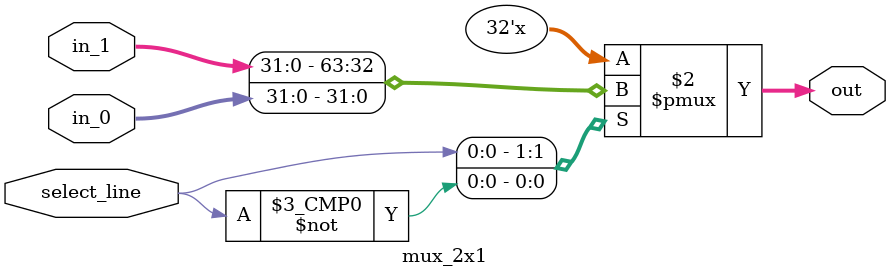
<source format=sv>
module mux_2x1(
    input  logic [31:0] in_0,
    input  logic [31:0] in_1,
    input  logic select_line,
    output logic [31:0] out

);

    always_comb
    begin
        case(select_line)
            1: out = in_1;
            0: out = in_0;
        default:
            out = in_0;
        endcase
    end
endmodule
</source>
